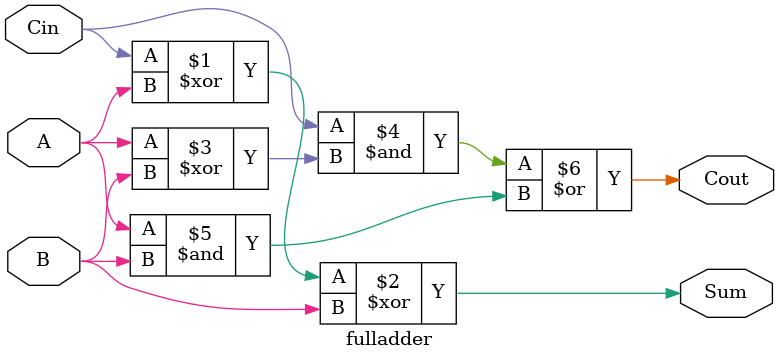
<source format=sv>
`timescale 1ns / 1ps
`default_nettype none

module fulladder(
    input wire A,
    input wire B,
    input wire Cin,
    output wire Sum,
    output wire Cout
    );
    
    assign Sum = Cin ^ A ^ B;
    assign Cout = (Cin & (A ^ B)) | (A & B);

endmodule

</source>
